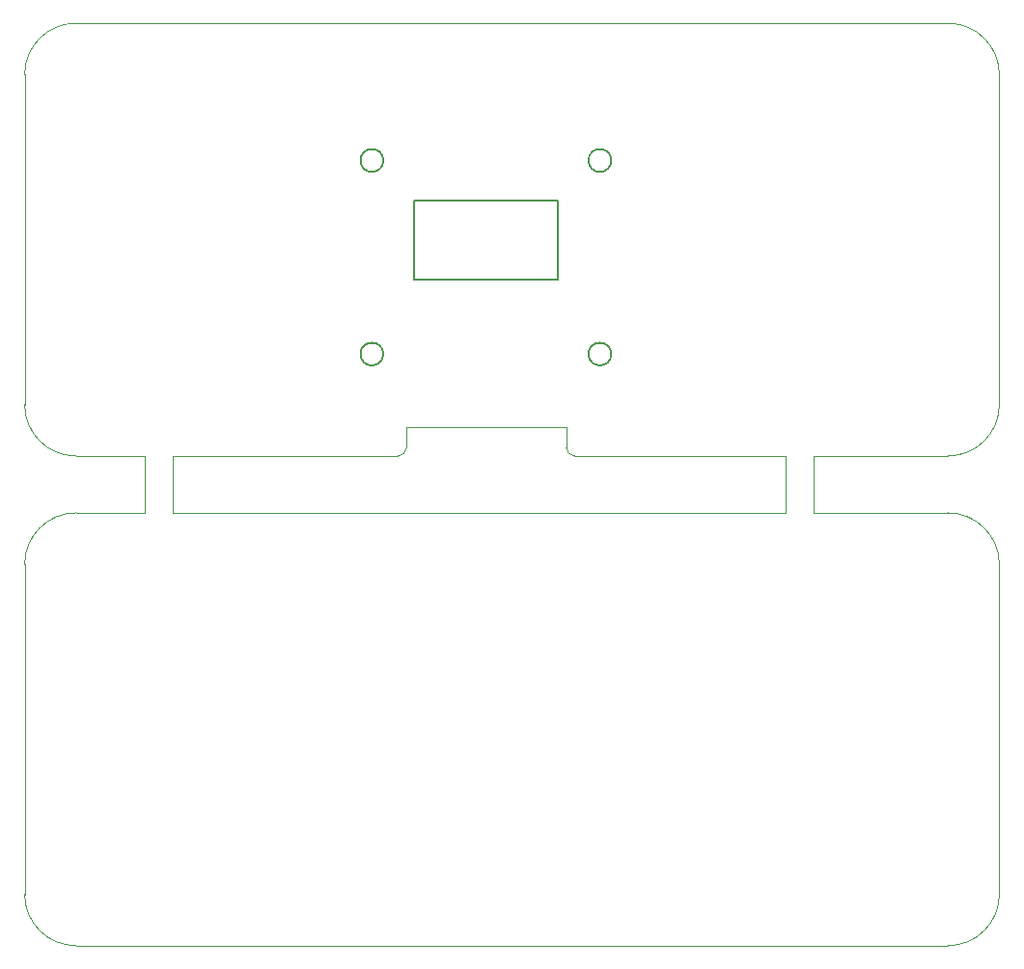
<source format=gbr>
G04 #@! TF.GenerationSoftware,KiCad,Pcbnew,(5.1.2)-2*
G04 #@! TF.CreationDate,2020-11-17T23:24:33+01:00*
G04 #@! TF.ProjectId,MieleProjectorPCB,4d69656c-6550-4726-9f6a-6563746f7250,rev?*
G04 #@! TF.SameCoordinates,Original*
G04 #@! TF.FileFunction,Profile,NP*
%FSLAX46Y46*%
G04 Gerber Fmt 4.6, Leading zero omitted, Abs format (unit mm)*
G04 Created by KiCad (PCBNEW (5.1.2)-2) date 2020-11-17 23:24:33*
%MOMM*%
%LPD*%
G04 APERTURE LIST*
%ADD10C,0.050000*%
%ADD11C,0.200000*%
%ADD12C,0.150000*%
G04 APERTURE END LIST*
D10*
X95000000Y-112500000D02*
X76500000Y-112500000D01*
X109250000Y-112500000D02*
X97500000Y-112500000D01*
X97500000Y-117500000D02*
X109250000Y-117500000D01*
X97500000Y-112500000D02*
X97500000Y-117500000D01*
X95000000Y-117500000D02*
X95000000Y-112500000D01*
X41250000Y-117500000D02*
X95000000Y-117500000D01*
X41250000Y-112500000D02*
X41250000Y-117500000D01*
X41250000Y-112500000D02*
X61000000Y-112500000D01*
X38750000Y-117500000D02*
X32750000Y-117500000D01*
X38750000Y-112500000D02*
X38750000Y-117500000D01*
X32750000Y-112500000D02*
X38750000Y-112500000D01*
X76500000Y-112500000D02*
G75*
G02X75750000Y-111750000I0J750000D01*
G01*
X61750000Y-111750000D02*
G75*
G02X61000000Y-112500000I-750000J0D01*
G01*
X61750000Y-110000000D02*
X61750000Y-111750000D01*
X75750000Y-110000000D02*
X61750000Y-110000000D01*
X75750000Y-111750000D02*
X75750000Y-110000000D01*
D11*
X75010000Y-90050000D02*
X75010000Y-97050000D01*
X62410000Y-90050000D02*
X75010000Y-90050000D01*
X62410000Y-97050000D02*
X62410000Y-90050000D01*
X75010000Y-97050000D02*
X62410000Y-97050000D01*
D12*
X59710000Y-86550000D02*
G75*
G03X59710000Y-86550000I-1000000J0D01*
G01*
X59710000Y-103550000D02*
G75*
G03X59710000Y-103550000I-1000000J0D01*
G01*
X79710000Y-103550000D02*
G75*
G03X79710000Y-103550000I-1000000J0D01*
G01*
X79710000Y-86550000D02*
G75*
G03X79710000Y-86550000I-1000000J0D01*
G01*
D10*
X28250000Y-79000000D02*
X28250000Y-108000000D01*
X109250000Y-74500000D02*
X32750000Y-74500000D01*
X113750000Y-79000000D02*
X113750000Y-108000000D01*
X113750000Y-108000000D02*
G75*
G02X109250000Y-112500000I-4500000J0D01*
G01*
X28250000Y-79000000D02*
G75*
G02X32750000Y-74500000I4500000J0D01*
G01*
X32750000Y-112500000D02*
G75*
G02X28250000Y-108000000I0J4500000D01*
G01*
X109250000Y-74500000D02*
G75*
G02X113750000Y-79000000I0J-4500000D01*
G01*
X33750000Y-155500000D02*
X109250000Y-155500000D01*
X109250000Y-117500000D02*
G75*
G02X113750000Y-122000000I0J-4500000D01*
G01*
X113750000Y-151000000D02*
G75*
G02X109250000Y-155500000I-4500000J0D01*
G01*
X113750000Y-122000000D02*
X113750000Y-151000000D01*
X32750000Y-155500000D02*
G75*
G02X28250000Y-151000000I0J4500000D01*
G01*
X33750000Y-155500000D02*
X32750000Y-155500000D01*
X28250000Y-122000000D02*
G75*
G02X32750000Y-117500000I4500000J0D01*
G01*
X28250000Y-122000000D02*
X28250000Y-151000000D01*
M02*

</source>
